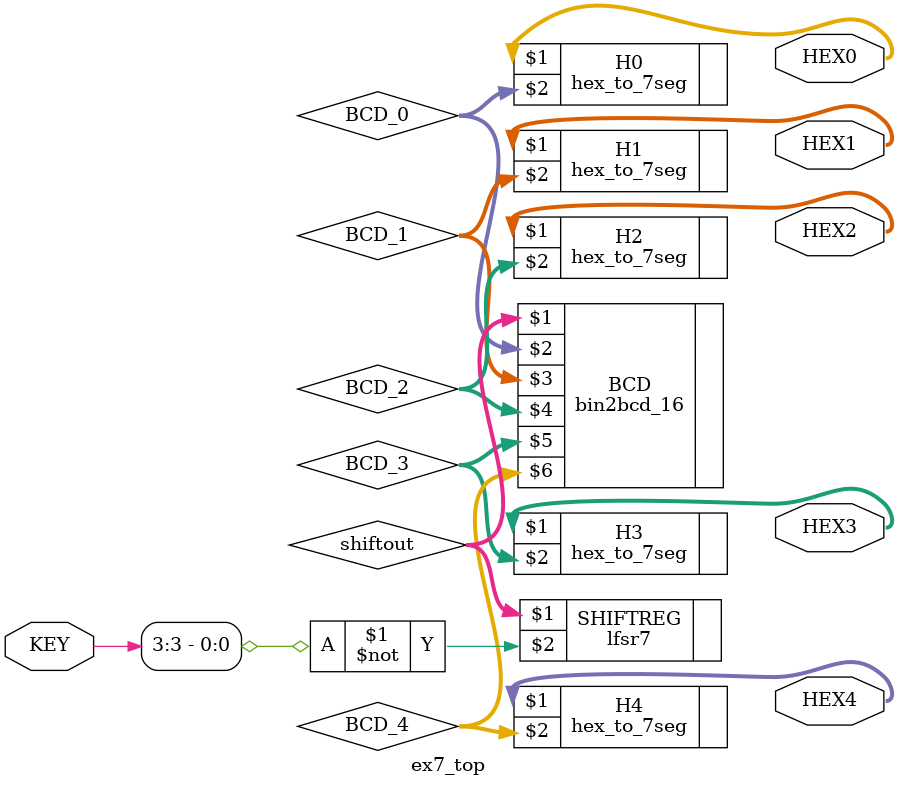
<source format=v>
module ex7_top(
KEY,
HEX0,HEX1,HEX2,HEX3,HEX4);

	input [3:0] KEY;
	output [6:0] HEX0;
	output [6:0] HEX1;
	output [6:0] HEX2;
	output [6:0] HEX3;
	output [6:0] HEX4;
	
	wire [3:0] BCD_0;
	wire [3:0] BCD_1;
	wire [3:0] BCD_2;
	wire [3:0] BCD_3;
	wire [3:0] BCD_4;
	
	wire [6:0] shiftout;

	lfsr7 SHIFTREG (shiftout[6:0], ~KEY[3]);
	
	bin2bcd_16 BCD (shiftout[6:0], BCD_0[3:0], BCD_1[3:0], BCD_2[3:0], BCD_3[3:0], BCD_4[3:0]);
	
	hex_to_7seg H0 (HEX0[6:0], BCD_0[3:0]);
	hex_to_7seg H1 (HEX1[6:0], BCD_1[3:0]);
	hex_to_7seg H2 (HEX2[6:0], BCD_2[3:0]);
	hex_to_7seg H3 (HEX3[6:0], BCD_3[3:0]);
	hex_to_7seg H4 (HEX4[6:0], BCD_4[3:0]);

endmodule

</source>
